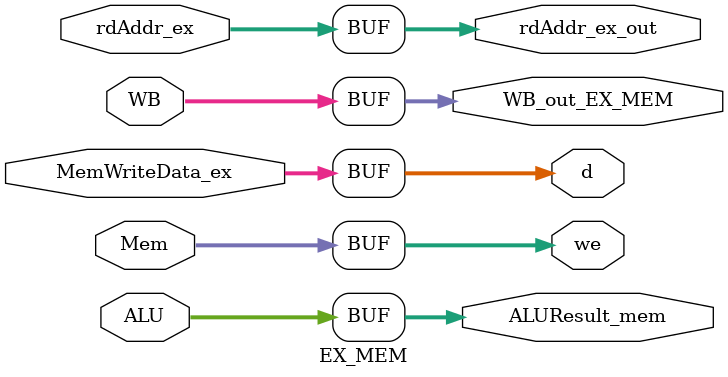
<source format=v>
module EX_MEM(WB, Mem, ALU, MemWriteData_ex, rdAddr_ex, WB_out_EX_MEM, we, d, ALUResult_mem, rdAddr_ex_out);
input [1:0] WB, Mem;
input [31:0] ALU, MemWriteData_ex;
input [4:0] rdAddr_ex;

output reg [1:0] WB_out_EX_MEM, we;
output reg [31:0] ALUResult_mem, d;
output reg [4:0] rdAddr_ex_out;

always@(*) begin 
    WB_out_EX_MEM = WB;
    we = Mem;
    ALUResult_mem = ALU;
    d = MemWriteData_ex;
    rdAddr_ex_out = rdAddr_ex;
end
endmodule 
</source>
